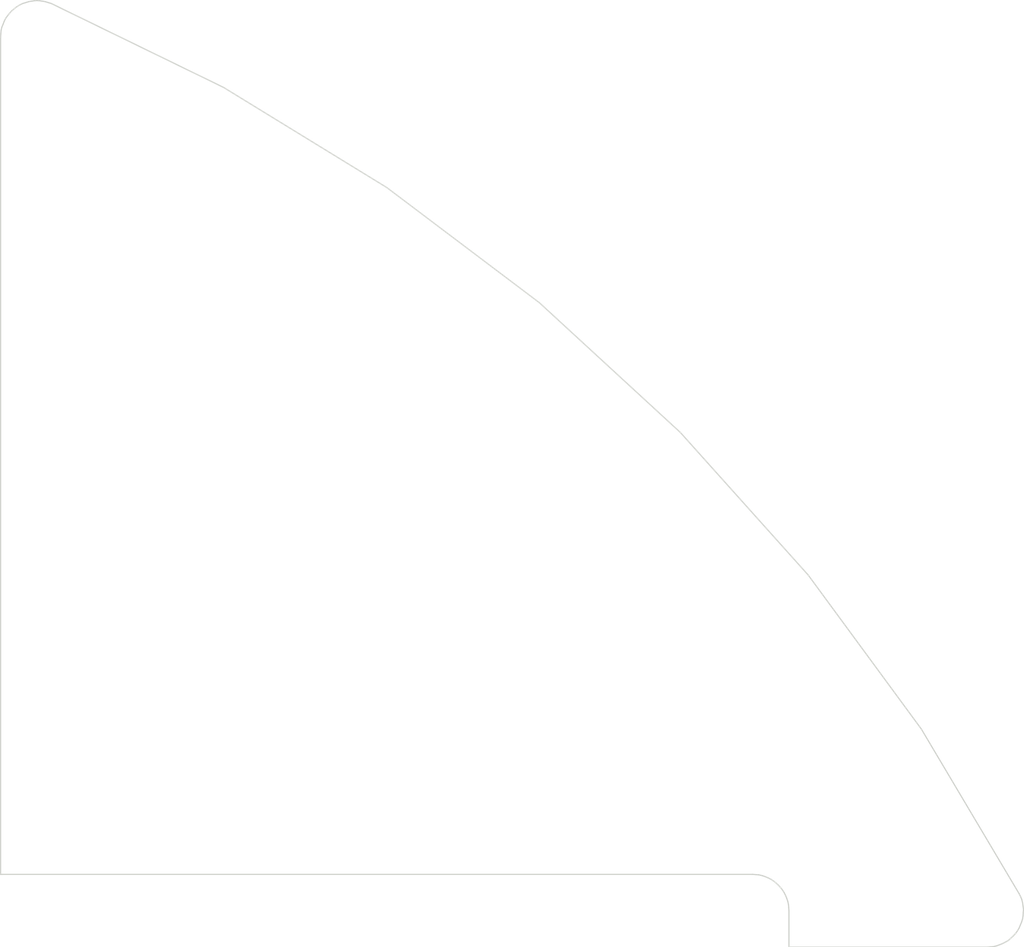
<source format=kicad_pcb>
(kicad_pcb (version 20171130) (host pcbnew 5.1.6-c6e7f7d~86~ubuntu18.04.1)

  (general
    (thickness 1.6)
    (drawings 0)
    (tracks 0)
    (zones 0)
    (modules 0)
    (nets 1)
  )

  (page A)
  (title_block
    (title "HR2 NE PCB")
    (date 2020-06-13)
    (rev A)
    (company "Homebrew Robotics Club")
  )

  (layers
    (0 F.Cu signal)
    (31 B.Cu signal)
    (32 B.Adhes user)
    (33 F.Adhes user)
    (34 B.Paste user)
    (35 F.Paste user)
    (36 B.SilkS user)
    (37 F.SilkS user)
    (38 B.Mask user)
    (39 F.Mask user)
    (40 Dwgs.User user)
    (41 Cmts.User user)
    (42 Eco1.User user)
    (43 Eco2.User user)
    (44 Edge.Cuts user)
    (45 Margin user)
    (46 B.CrtYd user)
    (47 F.CrtYd user)
    (48 B.Fab user)
    (49 F.Fab user)
  )

  (setup
    (last_trace_width 0.25)
    (trace_clearance 0.2)
    (zone_clearance 0.508)
    (zone_45_only no)
    (trace_min 0.2)
    (via_size 0.8)
    (via_drill 0.4)
    (via_min_size 0.4)
    (via_min_drill 0.3)
    (uvia_size 0.3)
    (uvia_drill 0.1)
    (uvias_allowed no)
    (uvia_min_size 0.2)
    (uvia_min_drill 0.1)
    (edge_width 0.05)
    (segment_width 0.2)
    (pcb_text_width 0.3)
    (pcb_text_size 1.5 1.5)
    (mod_edge_width 0.12)
    (mod_text_size 1 1)
    (mod_text_width 0.15)
    (pad_size 1.524 1.524)
    (pad_drill 0.762)
    (pad_to_mask_clearance 0.05)
    (aux_axis_origin 0 0)
    (visible_elements FFFFFF7F)
    (pcbplotparams
      (layerselection 0x010fc_ffffffff)
      (usegerberextensions false)
      (usegerberattributes true)
      (usegerberadvancedattributes true)
      (creategerberjobfile true)
      (excludeedgelayer true)
      (linewidth 0.100000)
      (plotframeref false)
      (viasonmask false)
      (mode 1)
      (useauxorigin false)
      (hpglpennumber 1)
      (hpglpenspeed 20)
      (hpglpendiameter 15.000000)
      (psnegative false)
      (psa4output false)
      (plotreference true)
      (plotvalue true)
      (plotinvisibletext false)
      (padsonsilk false)
      (subtractmaskfromsilk false)
      (outputformat 1)
      (mirror false)
      (drillshape 1)
      (scaleselection 1)
      (outputdirectory ""))
  )

  (net 0 "")

  (net_class Default "This is the default net class."
    (clearance 0.2)
    (trace_width 0.25)
    (via_dia 0.8)
    (via_drill 0.4)
    (uvia_dia 0.3)
    (uvia_drill 0.1)
  )

  (gr_line (start 162.50 64.00) (end 170.67 64.00) (layer Edge.Cuts) (width 0.05))
  (gr_line (start 170.67 64.00) (end 170.80 63.99) (layer Edge.Cuts) (width 0.05))
  (gr_line (start 170.80 63.99) (end 170.93 63.98) (layer Edge.Cuts) (width 0.05))
  (gr_line (start 170.93 63.98) (end 171.06 63.95) (layer Edge.Cuts) (width 0.05))
  (gr_line (start 171.06 63.95) (end 171.19 63.90) (layer Edge.Cuts) (width 0.05))
  (gr_line (start 171.19 63.90) (end 171.32 63.85) (layer Edge.Cuts) (width 0.05))
  (gr_line (start 171.32 63.85) (end 171.43 63.79) (layer Edge.Cuts) (width 0.05))
  (gr_line (start 171.43 63.79) (end 171.55 63.72) (layer Edge.Cuts) (width 0.05))
  (gr_line (start 171.55 63.72) (end 171.65 63.63) (layer Edge.Cuts) (width 0.05))
  (gr_line (start 171.65 63.63) (end 171.75 63.54) (layer Edge.Cuts) (width 0.05))
  (gr_line (start 171.75 63.54) (end 171.84 63.44) (layer Edge.Cuts) (width 0.05))
  (gr_line (start 171.84 63.44) (end 171.92 63.33) (layer Edge.Cuts) (width 0.05))
  (gr_line (start 171.92 63.33) (end 171.99 63.21) (layer Edge.Cuts) (width 0.05))
  (gr_line (start 171.99 63.21) (end 172.04 63.09) (layer Edge.Cuts) (width 0.05))
  (gr_line (start 172.04 63.09) (end 172.09 62.97) (layer Edge.Cuts) (width 0.05))
  (gr_line (start 172.09 62.97) (end 172.13 62.84) (layer Edge.Cuts) (width 0.05))
  (gr_line (start 172.13 62.84) (end 172.15 62.71) (layer Edge.Cuts) (width 0.05))
  (gr_line (start 172.15 62.71) (end 172.16 62.57) (layer Edge.Cuts) (width 0.05))
  (gr_line (start 172.16 62.57) (end 172.17 62.44) (layer Edge.Cuts) (width 0.05))
  (gr_line (start 172.17 62.44) (end 172.15 62.31) (layer Edge.Cuts) (width 0.05))
  (gr_line (start 172.15 62.31) (end 172.13 62.17) (layer Edge.Cuts) (width 0.05))
  (gr_line (start 172.13 62.17) (end 172.10 62.04) (layer Edge.Cuts) (width 0.05))
  (gr_line (start 172.10 62.04) (end 172.05 61.92) (layer Edge.Cuts) (width 0.05))
  (gr_line (start 172.05 61.92) (end 171.99 61.80) (layer Edge.Cuts) (width 0.05))
  (gr_line (start 171.99 61.80) (end 171.99 61.80) (layer Edge.Cuts) (width 0.05))
  (gr_line (start 171.99 61.80) (end 167.96 55.01) (layer Edge.Cuts) (width 0.05))
  (gr_line (start 167.96 55.01) (end 163.29 48.65) (layer Edge.Cuts) (width 0.05))
  (gr_line (start 163.29 48.65) (end 158.02 42.77) (layer Edge.Cuts) (width 0.05))
  (gr_line (start 158.02 42.77) (end 152.21 37.42) (layer Edge.Cuts) (width 0.05))
  (gr_line (start 152.21 37.42) (end 145.92 32.67) (layer Edge.Cuts) (width 0.05))
  (gr_line (start 145.92 32.67) (end 139.19 28.54) (layer Edge.Cuts) (width 0.05))
  (gr_line (start 139.19 28.54) (end 132.09 25.08) (layer Edge.Cuts) (width 0.05))
  (gr_line (start 132.09 25.08) (end 131.96 25.04) (layer Edge.Cuts) (width 0.05))
  (gr_line (start 131.96 25.04) (end 131.83 25.00) (layer Edge.Cuts) (width 0.05))
  (gr_line (start 131.83 25.00) (end 131.70 24.98) (layer Edge.Cuts) (width 0.05))
  (gr_line (start 131.70 24.98) (end 131.57 24.96) (layer Edge.Cuts) (width 0.05))
  (gr_line (start 131.57 24.96) (end 131.43 24.96) (layer Edge.Cuts) (width 0.05))
  (gr_line (start 131.43 24.96) (end 131.30 24.98) (layer Edge.Cuts) (width 0.05))
  (gr_line (start 131.30 24.98) (end 131.17 25.00) (layer Edge.Cuts) (width 0.05))
  (gr_line (start 131.17 25.00) (end 131.04 25.04) (layer Edge.Cuts) (width 0.05))
  (gr_line (start 131.04 25.04) (end 130.91 25.08) (layer Edge.Cuts) (width 0.05))
  (gr_line (start 130.91 25.08) (end 130.79 25.14) (layer Edge.Cuts) (width 0.05))
  (gr_line (start 130.79 25.14) (end 130.67 25.21) (layer Edge.Cuts) (width 0.05))
  (gr_line (start 130.67 25.21) (end 130.57 25.29) (layer Edge.Cuts) (width 0.05))
  (gr_line (start 130.57 25.29) (end 130.46 25.38) (layer Edge.Cuts) (width 0.05))
  (gr_line (start 130.46 25.38) (end 130.37 25.48) (layer Edge.Cuts) (width 0.05))
  (gr_line (start 130.37 25.48) (end 130.29 25.58) (layer Edge.Cuts) (width 0.05))
  (gr_line (start 130.29 25.58) (end 130.21 25.69) (layer Edge.Cuts) (width 0.05))
  (gr_line (start 130.21 25.69) (end 130.15 25.81) (layer Edge.Cuts) (width 0.05))
  (gr_line (start 130.15 25.81) (end 130.10 25.94) (layer Edge.Cuts) (width 0.05))
  (gr_line (start 130.10 25.94) (end 130.05 26.06) (layer Edge.Cuts) (width 0.05))
  (gr_line (start 130.05 26.06) (end 130.02 26.19) (layer Edge.Cuts) (width 0.05))
  (gr_line (start 130.02 26.19) (end 130.01 26.33) (layer Edge.Cuts) (width 0.05))
  (gr_line (start 130.01 26.33) (end 130.00 26.46) (layer Edge.Cuts) (width 0.05))
  (gr_line (start 130.00 26.46) (end 130.00 61.00) (layer Edge.Cuts) (width 0.05))
  (gr_line (start 130.00 61.00) (end 161.00 61.00) (layer Edge.Cuts) (width 0.05))
  (gr_line (start 161.00 61.00) (end 161.13 61.01) (layer Edge.Cuts) (width 0.05))
  (gr_line (start 161.13 61.01) (end 161.26 61.02) (layer Edge.Cuts) (width 0.05))
  (gr_line (start 161.26 61.02) (end 161.39 61.05) (layer Edge.Cuts) (width 0.05))
  (gr_line (start 161.39 61.05) (end 161.51 61.09) (layer Edge.Cuts) (width 0.05))
  (gr_line (start 161.51 61.09) (end 161.63 61.14) (layer Edge.Cuts) (width 0.05))
  (gr_line (start 161.63 61.14) (end 161.75 61.20) (layer Edge.Cuts) (width 0.05))
  (gr_line (start 161.75 61.20) (end 161.86 61.27) (layer Edge.Cuts) (width 0.05))
  (gr_line (start 161.86 61.27) (end 161.96 61.35) (layer Edge.Cuts) (width 0.05))
  (gr_line (start 161.96 61.35) (end 162.06 61.44) (layer Edge.Cuts) (width 0.05))
  (gr_line (start 162.06 61.44) (end 162.15 61.54) (layer Edge.Cuts) (width 0.05))
  (gr_line (start 162.15 61.54) (end 162.23 61.64) (layer Edge.Cuts) (width 0.05))
  (gr_line (start 162.23 61.64) (end 162.30 61.75) (layer Edge.Cuts) (width 0.05))
  (gr_line (start 162.30 61.75) (end 162.36 61.87) (layer Edge.Cuts) (width 0.05))
  (gr_line (start 162.36 61.87) (end 162.41 61.99) (layer Edge.Cuts) (width 0.05))
  (gr_line (start 162.41 61.99) (end 162.45 62.11) (layer Edge.Cuts) (width 0.05))
  (gr_line (start 162.45 62.11) (end 162.48 62.24) (layer Edge.Cuts) (width 0.05))
  (gr_line (start 162.48 62.24) (end 162.49 62.37) (layer Edge.Cuts) (width 0.05))
  (gr_line (start 162.49 62.37) (end 162.50 62.50) (layer Edge.Cuts) (width 0.05))
  (gr_line (start 162.50 62.50) (end 162.50 64.00) (layer Edge.Cuts) (width 0.05))
)

</source>
